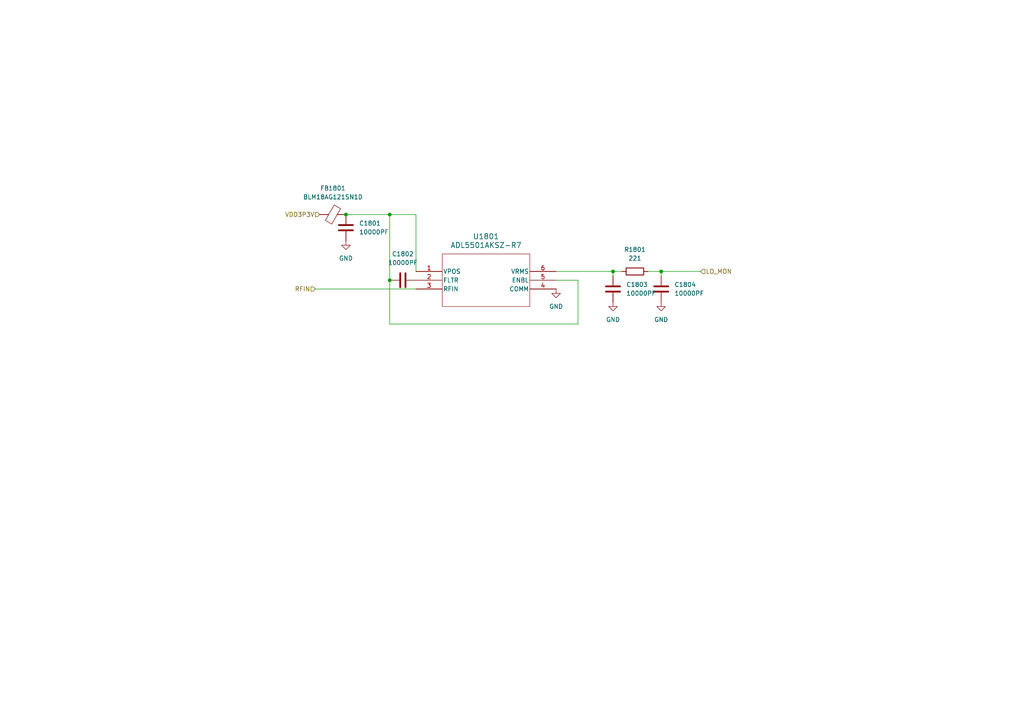
<source format=kicad_sch>
(kicad_sch (version 20231120) (generator "eeschema") (generator_version "8.0")
  (paper "A4")
  (lib_symbols
    (symbol "001_symbol:ADL5501AKSZ-R7" (pin_names (offset 0.254))
      (property "Reference" "U" (at 20.32 10.16 0))
      (property "Value" "ADL5501AKSZ-R7" (at 20.32 7.62 0))
      (symbol "ADL5501AKSZ-R7_0_1"
        (polyline (pts (xy 7.62 -10.16) (xy 33.02 -10.16)) (stroke (width 0.127)))
        (polyline (pts (xy 7.62 5.08) (xy 7.62 -10.16)) (stroke (width 0.127)))
        (polyline (pts (xy 33.02 -10.16) (xy 33.02 5.08)) (stroke (width 0.127)))
        (polyline (pts (xy 33.02 5.08) (xy 7.62 5.08)) (stroke (width 0.127)))
        (pin power_in line (at 0 0 0) (length 7.62) (name "VPOS") (number "1"))
        (pin unspecified line (at 0 -2.54 0) (length 7.62) (name "FLTR") (number "2"))
        (pin input line (at 0 -5.08 0) (length 7.62) (name "RFIN") (number "3"))
        (pin power_out line (at 40.64 -5.08 180) (length 7.62) (name "COMM") (number "4"))
        (pin input line (at 40.64 -2.54 180) (length 7.62) (name "ENBL") (number "5"))
        (pin output line (at 40.64 0 180) (length 7.62) (name "VRMS") (number "6"))
      )
    )
    (symbol "Device:C" (pin_numbers hide) (pin_names (offset 0.254))
      (property "Reference" "C" (at 0.635 2.54 0))
      (property "Value" "C" (at 0.635 -2.54 0))
      (symbol "C_0_1"
        (polyline (pts (xy -2.032 -0.762) (xy 2.032 -0.762)) (stroke (width 0.508)))
        (polyline (pts (xy -2.032 0.762) (xy 2.032 0.762)) (stroke (width 0.508)))
      )
      (symbol "C_1_1"
        (pin passive line (at 0 3.81 270) (length 2.794) (name "~") (number "1"))
        (pin passive line (at 0 -3.81 90) (length 2.794) (name "~") (number "2"))
      )
    )
    (symbol "Device:FerriteBead" (pin_numbers hide) (pin_names (offset 0))
      (property "Reference" "FB" (at -3.81 0.635 90))
      (property "Value" "FerriteBead" (at 3.81 0 90))
      (symbol "FerriteBead_0_1"
        (polyline (pts (xy 0 -1.27) (xy 0 -1.2192)))
        (polyline (pts (xy 0 1.27) (xy 0 1.2954)))
        (polyline (pts (xy -2.7686 0.4064) (xy -1.7018 2.2606) (xy 2.7686 -0.3048) (xy 1.6764 -2.159) (xy -2.7686 0.4064)))
      )
      (symbol "FerriteBead_1_1"
        (pin passive line (at 0 3.81 270) (length 2.54) (name "~") (number "1"))
        (pin passive line (at 0 -3.81 90) (length 2.54) (name "~") (number "2"))
      )
    )
    (symbol "Device:R" (pin_numbers hide) (pin_names (offset 0))
      (property "Reference" "R" (at 2.032 0 90))
      (property "Value" "R" (at 0 0 90))
      (symbol "R_0_1"
        (rectangle (start -1.016 -2.54) (end 1.016 2.54) (stroke (width 0.254)))
      )
      (symbol "R_1_1"
        (pin passive line (at 0 3.81 270) (length 1.27) (name "~") (number "1"))
        (pin passive line (at 0 -3.81 90) (length 1.27) (name "~") (number "2"))
      )
    )
    (symbol "power:GND" (power) (pin_numbers hide) (pin_names (offset 0) hide)
      (property "Value" "GND" (at 0 -3.81 0))
      (symbol "GND_0_1"
        (polyline (pts (xy 0 0) (xy 0 -1.27) (xy 1.27 -1.27) (xy 0 -2.54) (xy -1.27 -1.27) (xy 0 -1.27)))
      )
      (symbol "GND_1_1"
        (pin power_in line (at 0 0 270) (length 0) (name "~") (number "1"))
      )
    )
  )
  (junction (at 100.33 62.23))
  (junction (at 113.03 81.28))
  (junction (at 113.03 62.23))
  (junction (at 177.8 78.74))
  (junction (at 191.77 78.74))
  (wire (pts (xy 177.8 78.74) (xy 177.8 80.01)))
  (wire (pts (xy 113.03 81.28) (xy 113.03 93.98)))
  (wire (pts (xy 120.65 62.23) (xy 113.03 62.23)))
  (wire (pts (xy 91.44 83.82) (xy 120.65 83.82)))
  (wire (pts (xy 120.65 78.74) (xy 120.65 62.23)))
  (wire (pts (xy 187.96 78.74) (xy 191.77 78.74)))
  (wire (pts (xy 177.8 78.74) (xy 180.34 78.74)))
  (wire (pts (xy 203.2 78.74) (xy 191.77 78.74)))
  (wire (pts (xy 161.29 78.74) (xy 177.8 78.74)))
  (wire (pts (xy 167.64 93.98) (xy 167.64 81.28)))
  (wire (pts (xy 100.33 62.23) (xy 113.03 62.23)))
  (wire (pts (xy 167.64 81.28) (xy 161.29 81.28)))
  (wire (pts (xy 113.03 62.23) (xy 113.03 81.28)))
  (wire (pts (xy 191.77 78.74) (xy 191.77 80.01)))
  (wire (pts (xy 113.03 93.98) (xy 167.64 93.98)))
  (hierarchical_label "VDD3P3V" (shape input) (at 92.71 62.23 180))
  (hierarchical_label "LO_MON" (shape input) (at 203.2 78.74 0))
  (hierarchical_label "RFIN" (shape input) (at 91.44 83.82 180))
  (symbol (lib_id "Device:C") (at 191.77 83.82 180) (unit 1)
    (property "Reference" "C1804" (at 195.58 82.5499 0) (effects (justify right)))
    (property "Value" "10000PF" (at 195.58 85.0899 0) (effects (justify right)))
    (property "Footprint" "Capacitor_SMD:C_0603_1608Metric" (effects (hide yes)))
    (property "Description" "Unpolarized capacitor" (effects (hide yes)))
    (property "Vendor" "digikey:445-2664-1-ND" (effects (hide yes)))
  )
  (symbol (lib_id "Device:C") (at 177.8 83.82 180) (unit 1)
    (property "Reference" "C1803" (at 181.61 82.5499 0) (effects (justify right)))
    (property "Value" "10000PF" (at 181.61 85.0899 0) (effects (justify right)))
    (property "Footprint" "Capacitor_SMD:C_0603_1608Metric" (effects (hide yes)))
    (property "Description" "Unpolarized capacitor" (effects (hide yes)))
    (property "Vendor" "digikey:445-2664-1-ND" (effects (hide yes)))
  )
  (symbol (lib_id "power:GND") (at 161.29 83.82 0) (unit 1)
    (property "Reference" "#PWR01802" (effects (hide yes)))
    (property "Value" "GND" (at 161.29 88.9 0))
    (property "Description" "Power symbol creates a global label with name \"GND\" , ground" (effects (hide yes)))
  )
  (symbol (lib_id "power:GND") (at 177.8 87.63 0) (unit 1)
    (property "Reference" "#PWR01803" (effects (hide yes)))
    (property "Value" "GND" (at 177.8 92.71 0))
    (property "Description" "Power symbol creates a global label with name \"GND\" , ground" (effects (hide yes)))
  )
  (symbol (lib_id "Device:C") (at 100.33 66.04 180) (unit 1)
    (property "Reference" "C1801" (at 104.14 64.7699 0) (effects (justify right)))
    (property "Value" "10000PF" (at 104.14 67.3099 0) (effects (justify right)))
    (property "Footprint" "Capacitor_SMD:C_0603_1608Metric" (effects (hide yes)))
    (property "Description" "Unpolarized capacitor" (effects (hide yes)))
    (property "Vendor" "digikey:445-2664-1-ND" (effects (hide yes)))
  )
  (symbol (lib_id "Device:R") (at 184.15 78.74 90) (unit 1)
    (property "Reference" "R1801" (at 184.15 72.39 90))
    (property "Value" "221" (at 184.15 74.93 90))
    (property "Footprint" "Resistor_SMD:R_0603_1608Metric" (effects (hide yes)))
    (property "Description" "Resistor" (effects (hide yes)))
    (property "Vendor" "digikey:311-221HRCT-ND" (effects (hide yes)))
  )
  (symbol (lib_id "power:GND") (at 100.33 69.85 0) (unit 1)
    (property "Reference" "#PWR01801" (effects (hide yes)))
    (property "Value" "GND" (at 100.33 74.93 0))
    (property "Description" "Power symbol creates a global label with name \"GND\" , ground" (effects (hide yes)))
  )
  (symbol (lib_id "Device:FerriteBead") (at 96.52 62.23 270) (unit 1)
    (property "Reference" "FB1801" (at 96.5708 54.61 90))
    (property "Value" "BLM18AG121SN1D" (at 96.5708 57.15 90))
    (property "Footprint" "Inductor_SMD:L_0603_1608Metric" (effects (hide yes)))
    (property "Description" "Ferrite bead" (effects (hide yes)))
    (property "Vendor" "digikey:490-1011-1-ND" (effects (hide yes)))
  )
  (symbol (lib_id "001_symbol:ADL5501AKSZ-R7") (at 120.65 78.74 0) (unit 1)
    (property "Reference" "U1801" (at 140.97 68.58 0) (effects (font (size 1.524 1.524))))
    (property "Value" "ADL5501AKSZ-R7" (at 140.97 71.12 0) (effects (font (size 1.524 1.524))))
    (property "Footprint" "001_download:KS-6_ADI" (effects (hide yes)))
    (property "Datasheet" "ADL5501AKSZ-R7" (effects (hide yes)))
    (property "Vendor" "digikey:ADL5501AKSZ-R7CT-ND" (effects (hide yes)))
  )
  (symbol (lib_id "Device:C") (at 116.84 81.28 270) (unit 1)
    (property "Reference" "C1802" (at 116.84 73.66 90))
    (property "Value" "10000PF" (at 116.84 76.2 90))
    (property "Footprint" "Capacitor_SMD:C_0603_1608Metric" (effects (hide yes)))
    (property "Description" "Unpolarized capacitor" (effects (hide yes)))
    (property "Vendor" "digikey:445-2664-1-ND" (effects (hide yes)))
  )
  (symbol (lib_id "power:GND") (at 191.77 87.63 0) (unit 1)
    (property "Reference" "#PWR01804" (effects (hide yes)))
    (property "Value" "GND" (at 191.77 92.71 0))
    (property "Description" "Power symbol creates a global label with name \"GND\" , ground" (effects (hide yes)))
  )
)
</source>
